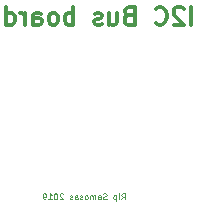
<source format=gbr>
%TF.GenerationSoftware,KiCad,Pcbnew,(5.1.6)-1*%
%TF.CreationDate,2020-08-25T13:52:19-04:00*%
%TF.ProjectId,PayloadPowerBoard,5061796c-6f61-4645-906f-776572426f61,rev?*%
%TF.SameCoordinates,Original*%
%TF.FileFunction,Legend,Bot*%
%TF.FilePolarity,Positive*%
%FSLAX46Y46*%
G04 Gerber Fmt 4.6, Leading zero omitted, Abs format (unit mm)*
G04 Created by KiCad (PCBNEW (5.1.6)-1) date 2020-08-25 13:52:19*
%MOMM*%
%LPD*%
G01*
G04 APERTURE LIST*
%ADD10C,0.125000*%
%ADD11C,0.300000*%
G04 APERTURE END LIST*
D10*
X67948571Y-95476190D02*
X68115238Y-95238095D01*
X68234285Y-95476190D02*
X68234285Y-94976190D01*
X68043809Y-94976190D01*
X67996190Y-95000000D01*
X67972380Y-95023809D01*
X67948571Y-95071428D01*
X67948571Y-95142857D01*
X67972380Y-95190476D01*
X67996190Y-95214285D01*
X68043809Y-95238095D01*
X68234285Y-95238095D01*
X67734285Y-95476190D02*
X67734285Y-95142857D01*
X67734285Y-94976190D02*
X67758095Y-95000000D01*
X67734285Y-95023809D01*
X67710476Y-95000000D01*
X67734285Y-94976190D01*
X67734285Y-95023809D01*
X67496190Y-95142857D02*
X67496190Y-95642857D01*
X67496190Y-95166666D02*
X67448571Y-95142857D01*
X67353333Y-95142857D01*
X67305714Y-95166666D01*
X67281904Y-95190476D01*
X67258095Y-95238095D01*
X67258095Y-95380952D01*
X67281904Y-95428571D01*
X67305714Y-95452380D01*
X67353333Y-95476190D01*
X67448571Y-95476190D01*
X67496190Y-95452380D01*
X66686666Y-95452380D02*
X66615238Y-95476190D01*
X66496190Y-95476190D01*
X66448571Y-95452380D01*
X66424761Y-95428571D01*
X66400952Y-95380952D01*
X66400952Y-95333333D01*
X66424761Y-95285714D01*
X66448571Y-95261904D01*
X66496190Y-95238095D01*
X66591428Y-95214285D01*
X66639047Y-95190476D01*
X66662857Y-95166666D01*
X66686666Y-95119047D01*
X66686666Y-95071428D01*
X66662857Y-95023809D01*
X66639047Y-95000000D01*
X66591428Y-94976190D01*
X66472380Y-94976190D01*
X66400952Y-95000000D01*
X65972380Y-95476190D02*
X65972380Y-95214285D01*
X65996190Y-95166666D01*
X66043809Y-95142857D01*
X66139047Y-95142857D01*
X66186666Y-95166666D01*
X65972380Y-95452380D02*
X66020000Y-95476190D01*
X66139047Y-95476190D01*
X66186666Y-95452380D01*
X66210476Y-95404761D01*
X66210476Y-95357142D01*
X66186666Y-95309523D01*
X66139047Y-95285714D01*
X66020000Y-95285714D01*
X65972380Y-95261904D01*
X65734285Y-95476190D02*
X65734285Y-95142857D01*
X65734285Y-95190476D02*
X65710476Y-95166666D01*
X65662857Y-95142857D01*
X65591428Y-95142857D01*
X65543809Y-95166666D01*
X65520000Y-95214285D01*
X65520000Y-95476190D01*
X65520000Y-95214285D02*
X65496190Y-95166666D01*
X65448571Y-95142857D01*
X65377142Y-95142857D01*
X65329523Y-95166666D01*
X65305714Y-95214285D01*
X65305714Y-95476190D01*
X64996190Y-95476190D02*
X65043809Y-95452380D01*
X65067619Y-95428571D01*
X65091428Y-95380952D01*
X65091428Y-95238095D01*
X65067619Y-95190476D01*
X65043809Y-95166666D01*
X64996190Y-95142857D01*
X64924761Y-95142857D01*
X64877142Y-95166666D01*
X64853333Y-95190476D01*
X64829523Y-95238095D01*
X64829523Y-95380952D01*
X64853333Y-95428571D01*
X64877142Y-95452380D01*
X64924761Y-95476190D01*
X64996190Y-95476190D01*
X64639047Y-95452380D02*
X64591428Y-95476190D01*
X64496190Y-95476190D01*
X64448571Y-95452380D01*
X64424761Y-95404761D01*
X64424761Y-95380952D01*
X64448571Y-95333333D01*
X64496190Y-95309523D01*
X64567619Y-95309523D01*
X64615238Y-95285714D01*
X64639047Y-95238095D01*
X64639047Y-95214285D01*
X64615238Y-95166666D01*
X64567619Y-95142857D01*
X64496190Y-95142857D01*
X64448571Y-95166666D01*
X63996190Y-95476190D02*
X63996190Y-95214285D01*
X64020000Y-95166666D01*
X64067619Y-95142857D01*
X64162857Y-95142857D01*
X64210476Y-95166666D01*
X63996190Y-95452380D02*
X64043809Y-95476190D01*
X64162857Y-95476190D01*
X64210476Y-95452380D01*
X64234285Y-95404761D01*
X64234285Y-95357142D01*
X64210476Y-95309523D01*
X64162857Y-95285714D01*
X64043809Y-95285714D01*
X63996190Y-95261904D01*
X63781904Y-95452380D02*
X63734285Y-95476190D01*
X63639047Y-95476190D01*
X63591428Y-95452380D01*
X63567619Y-95404761D01*
X63567619Y-95380952D01*
X63591428Y-95333333D01*
X63639047Y-95309523D01*
X63710476Y-95309523D01*
X63758095Y-95285714D01*
X63781904Y-95238095D01*
X63781904Y-95214285D01*
X63758095Y-95166666D01*
X63710476Y-95142857D01*
X63639047Y-95142857D01*
X63591428Y-95166666D01*
X62996190Y-95023809D02*
X62972380Y-95000000D01*
X62924761Y-94976190D01*
X62805714Y-94976190D01*
X62758095Y-95000000D01*
X62734285Y-95023809D01*
X62710476Y-95071428D01*
X62710476Y-95119047D01*
X62734285Y-95190476D01*
X63020000Y-95476190D01*
X62710476Y-95476190D01*
X62400952Y-94976190D02*
X62353333Y-94976190D01*
X62305714Y-95000000D01*
X62281904Y-95023809D01*
X62258095Y-95071428D01*
X62234285Y-95166666D01*
X62234285Y-95285714D01*
X62258095Y-95380952D01*
X62281904Y-95428571D01*
X62305714Y-95452380D01*
X62353333Y-95476190D01*
X62400952Y-95476190D01*
X62448571Y-95452380D01*
X62472380Y-95428571D01*
X62496190Y-95380952D01*
X62520000Y-95285714D01*
X62520000Y-95166666D01*
X62496190Y-95071428D01*
X62472380Y-95023809D01*
X62448571Y-95000000D01*
X62400952Y-94976190D01*
X61758095Y-95476190D02*
X62043809Y-95476190D01*
X61900952Y-95476190D02*
X61900952Y-94976190D01*
X61948571Y-95047619D01*
X61996190Y-95095238D01*
X62043809Y-95119047D01*
X61520000Y-95476190D02*
X61424761Y-95476190D01*
X61377142Y-95452380D01*
X61353333Y-95428571D01*
X61305714Y-95357142D01*
X61281904Y-95261904D01*
X61281904Y-95071428D01*
X61305714Y-95023809D01*
X61329523Y-95000000D01*
X61377142Y-94976190D01*
X61472380Y-94976190D01*
X61520000Y-95000000D01*
X61543809Y-95023809D01*
X61567619Y-95071428D01*
X61567619Y-95190476D01*
X61543809Y-95238095D01*
X61520000Y-95261904D01*
X61472380Y-95285714D01*
X61377142Y-95285714D01*
X61329523Y-95261904D01*
X61305714Y-95238095D01*
X61281904Y-95190476D01*
D11*
X73861428Y-80688571D02*
X73861428Y-79188571D01*
X73218571Y-79331428D02*
X73147142Y-79260000D01*
X73004285Y-79188571D01*
X72647142Y-79188571D01*
X72504285Y-79260000D01*
X72432857Y-79331428D01*
X72361428Y-79474285D01*
X72361428Y-79617142D01*
X72432857Y-79831428D01*
X73290000Y-80688571D01*
X72361428Y-80688571D01*
X70861428Y-80545714D02*
X70932857Y-80617142D01*
X71147142Y-80688571D01*
X71290000Y-80688571D01*
X71504285Y-80617142D01*
X71647142Y-80474285D01*
X71718571Y-80331428D01*
X71790000Y-80045714D01*
X71790000Y-79831428D01*
X71718571Y-79545714D01*
X71647142Y-79402857D01*
X71504285Y-79260000D01*
X71290000Y-79188571D01*
X71147142Y-79188571D01*
X70932857Y-79260000D01*
X70861428Y-79331428D01*
X68575714Y-79902857D02*
X68361428Y-79974285D01*
X68290000Y-80045714D01*
X68218571Y-80188571D01*
X68218571Y-80402857D01*
X68290000Y-80545714D01*
X68361428Y-80617142D01*
X68504285Y-80688571D01*
X69075714Y-80688571D01*
X69075714Y-79188571D01*
X68575714Y-79188571D01*
X68432857Y-79260000D01*
X68361428Y-79331428D01*
X68290000Y-79474285D01*
X68290000Y-79617142D01*
X68361428Y-79760000D01*
X68432857Y-79831428D01*
X68575714Y-79902857D01*
X69075714Y-79902857D01*
X66932857Y-79688571D02*
X66932857Y-80688571D01*
X67575714Y-79688571D02*
X67575714Y-80474285D01*
X67504285Y-80617142D01*
X67361428Y-80688571D01*
X67147142Y-80688571D01*
X67004285Y-80617142D01*
X66932857Y-80545714D01*
X66290000Y-80617142D02*
X66147142Y-80688571D01*
X65861428Y-80688571D01*
X65718571Y-80617142D01*
X65647142Y-80474285D01*
X65647142Y-80402857D01*
X65718571Y-80260000D01*
X65861428Y-80188571D01*
X66075714Y-80188571D01*
X66218571Y-80117142D01*
X66290000Y-79974285D01*
X66290000Y-79902857D01*
X66218571Y-79760000D01*
X66075714Y-79688571D01*
X65861428Y-79688571D01*
X65718571Y-79760000D01*
X63861428Y-80688571D02*
X63861428Y-79188571D01*
X63861428Y-79760000D02*
X63718571Y-79688571D01*
X63432857Y-79688571D01*
X63290000Y-79760000D01*
X63218571Y-79831428D01*
X63147142Y-79974285D01*
X63147142Y-80402857D01*
X63218571Y-80545714D01*
X63290000Y-80617142D01*
X63432857Y-80688571D01*
X63718571Y-80688571D01*
X63861428Y-80617142D01*
X62290000Y-80688571D02*
X62432857Y-80617142D01*
X62504285Y-80545714D01*
X62575714Y-80402857D01*
X62575714Y-79974285D01*
X62504285Y-79831428D01*
X62432857Y-79760000D01*
X62290000Y-79688571D01*
X62075714Y-79688571D01*
X61932857Y-79760000D01*
X61861428Y-79831428D01*
X61789999Y-79974285D01*
X61789999Y-80402857D01*
X61861428Y-80545714D01*
X61932857Y-80617142D01*
X62075714Y-80688571D01*
X62290000Y-80688571D01*
X60504285Y-80688571D02*
X60504285Y-79902857D01*
X60575714Y-79760000D01*
X60718571Y-79688571D01*
X61004285Y-79688571D01*
X61147142Y-79760000D01*
X60504285Y-80617142D02*
X60647142Y-80688571D01*
X61004285Y-80688571D01*
X61147142Y-80617142D01*
X61218571Y-80474285D01*
X61218571Y-80331428D01*
X61147142Y-80188571D01*
X61004285Y-80117142D01*
X60647142Y-80117142D01*
X60504285Y-80045714D01*
X59789999Y-80688571D02*
X59789999Y-79688571D01*
X59789999Y-79974285D02*
X59718571Y-79831428D01*
X59647142Y-79760000D01*
X59504285Y-79688571D01*
X59361428Y-79688571D01*
X58218571Y-80688571D02*
X58218571Y-79188571D01*
X58218571Y-80617142D02*
X58361428Y-80688571D01*
X58647142Y-80688571D01*
X58789999Y-80617142D01*
X58861428Y-80545714D01*
X58932857Y-80402857D01*
X58932857Y-79974285D01*
X58861428Y-79831428D01*
X58789999Y-79760000D01*
X58647142Y-79688571D01*
X58361428Y-79688571D01*
X58218571Y-79760000D01*
M02*

</source>
